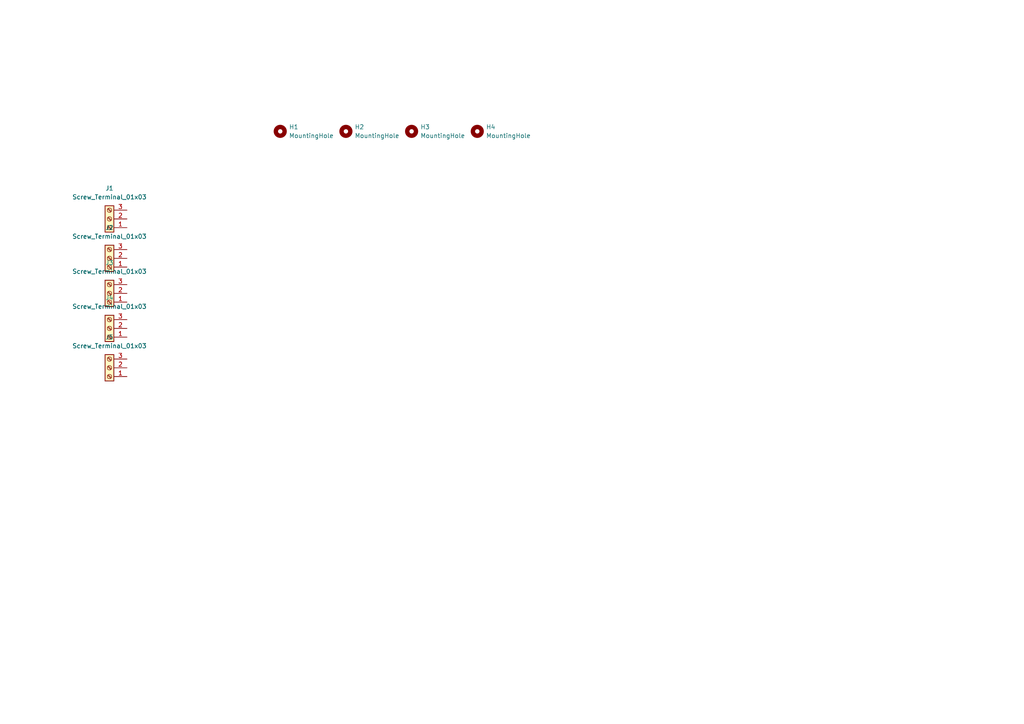
<source format=kicad_sch>
(kicad_sch (version 20211123) (generator eeschema)

  (uuid e63e39d7-6ac0-4ffd-8aa3-1841a4541b55)

  (paper "A4")

  (lib_symbols
    (symbol "Connector:Screw_Terminal_01x03" (pin_names (offset 1.016) hide) (in_bom yes) (on_board yes)
      (property "Reference" "J" (id 0) (at 0 5.08 0)
        (effects (font (size 1.27 1.27)))
      )
      (property "Value" "Screw_Terminal_01x03" (id 1) (at 0 -5.08 0)
        (effects (font (size 1.27 1.27)))
      )
      (property "Footprint" "" (id 2) (at 0 0 0)
        (effects (font (size 1.27 1.27)) hide)
      )
      (property "Datasheet" "~" (id 3) (at 0 0 0)
        (effects (font (size 1.27 1.27)) hide)
      )
      (property "ki_keywords" "screw terminal" (id 4) (at 0 0 0)
        (effects (font (size 1.27 1.27)) hide)
      )
      (property "ki_description" "Generic screw terminal, single row, 01x03, script generated (kicad-library-utils/schlib/autogen/connector/)" (id 5) (at 0 0 0)
        (effects (font (size 1.27 1.27)) hide)
      )
      (property "ki_fp_filters" "TerminalBlock*:*" (id 6) (at 0 0 0)
        (effects (font (size 1.27 1.27)) hide)
      )
      (symbol "Screw_Terminal_01x03_1_1"
        (rectangle (start -1.27 3.81) (end 1.27 -3.81)
          (stroke (width 0.254) (type default) (color 0 0 0 0))
          (fill (type background))
        )
        (circle (center 0 -2.54) (radius 0.635)
          (stroke (width 0.1524) (type default) (color 0 0 0 0))
          (fill (type none))
        )
        (polyline
          (pts
            (xy -0.5334 -2.2098)
            (xy 0.3302 -3.048)
          )
          (stroke (width 0.1524) (type default) (color 0 0 0 0))
          (fill (type none))
        )
        (polyline
          (pts
            (xy -0.5334 0.3302)
            (xy 0.3302 -0.508)
          )
          (stroke (width 0.1524) (type default) (color 0 0 0 0))
          (fill (type none))
        )
        (polyline
          (pts
            (xy -0.5334 2.8702)
            (xy 0.3302 2.032)
          )
          (stroke (width 0.1524) (type default) (color 0 0 0 0))
          (fill (type none))
        )
        (polyline
          (pts
            (xy -0.3556 -2.032)
            (xy 0.508 -2.8702)
          )
          (stroke (width 0.1524) (type default) (color 0 0 0 0))
          (fill (type none))
        )
        (polyline
          (pts
            (xy -0.3556 0.508)
            (xy 0.508 -0.3302)
          )
          (stroke (width 0.1524) (type default) (color 0 0 0 0))
          (fill (type none))
        )
        (polyline
          (pts
            (xy -0.3556 3.048)
            (xy 0.508 2.2098)
          )
          (stroke (width 0.1524) (type default) (color 0 0 0 0))
          (fill (type none))
        )
        (circle (center 0 0) (radius 0.635)
          (stroke (width 0.1524) (type default) (color 0 0 0 0))
          (fill (type none))
        )
        (circle (center 0 2.54) (radius 0.635)
          (stroke (width 0.1524) (type default) (color 0 0 0 0))
          (fill (type none))
        )
        (pin passive line (at -5.08 2.54 0) (length 3.81)
          (name "Pin_1" (effects (font (size 1.27 1.27))))
          (number "1" (effects (font (size 1.27 1.27))))
        )
        (pin passive line (at -5.08 0 0) (length 3.81)
          (name "Pin_2" (effects (font (size 1.27 1.27))))
          (number "2" (effects (font (size 1.27 1.27))))
        )
        (pin passive line (at -5.08 -2.54 0) (length 3.81)
          (name "Pin_3" (effects (font (size 1.27 1.27))))
          (number "3" (effects (font (size 1.27 1.27))))
        )
      )
    )
    (symbol "Mechanical:MountingHole" (pin_names (offset 1.016)) (in_bom yes) (on_board yes)
      (property "Reference" "H" (id 0) (at 0 5.08 0)
        (effects (font (size 1.27 1.27)))
      )
      (property "Value" "MountingHole" (id 1) (at 0 3.175 0)
        (effects (font (size 1.27 1.27)))
      )
      (property "Footprint" "" (id 2) (at 0 0 0)
        (effects (font (size 1.27 1.27)) hide)
      )
      (property "Datasheet" "~" (id 3) (at 0 0 0)
        (effects (font (size 1.27 1.27)) hide)
      )
      (property "ki_keywords" "mounting hole" (id 4) (at 0 0 0)
        (effects (font (size 1.27 1.27)) hide)
      )
      (property "ki_description" "Mounting Hole without connection" (id 5) (at 0 0 0)
        (effects (font (size 1.27 1.27)) hide)
      )
      (property "ki_fp_filters" "MountingHole*" (id 6) (at 0 0 0)
        (effects (font (size 1.27 1.27)) hide)
      )
      (symbol "MountingHole_0_1"
        (circle (center 0 0) (radius 1.27)
          (stroke (width 1.27) (type default) (color 0 0 0 0))
          (fill (type none))
        )
      )
    )
  )


  (symbol (lib_id "Mechanical:MountingHole") (at 100.33 38.1 0) (unit 1)
    (in_bom yes) (on_board yes) (fields_autoplaced)
    (uuid 1949e7c9-6123-4a49-85e5-c886919fc2f5)
    (property "Reference" "H2" (id 0) (at 102.87 36.8299 0)
      (effects (font (size 1.27 1.27)) (justify left))
    )
    (property "Value" "MountingHole" (id 1) (at 102.87 39.3699 0)
      (effects (font (size 1.27 1.27)) (justify left))
    )
    (property "Footprint" "MountingHole:MountingHole_3.2mm_M3" (id 2) (at 100.33 38.1 0)
      (effects (font (size 1.27 1.27)) hide)
    )
    (property "Datasheet" "~" (id 3) (at 100.33 38.1 0)
      (effects (font (size 1.27 1.27)) hide)
    )
  )

  (symbol (lib_id "Mechanical:MountingHole") (at 138.43 38.1 0) (unit 1)
    (in_bom yes) (on_board yes) (fields_autoplaced)
    (uuid 22e0be77-6791-4d19-a377-1cc6548b0165)
    (property "Reference" "H4" (id 0) (at 140.97 36.8299 0)
      (effects (font (size 1.27 1.27)) (justify left))
    )
    (property "Value" "MountingHole" (id 1) (at 140.97 39.3699 0)
      (effects (font (size 1.27 1.27)) (justify left))
    )
    (property "Footprint" "MountingHole:MountingHole_3.2mm_M3" (id 2) (at 138.43 38.1 0)
      (effects (font (size 1.27 1.27)) hide)
    )
    (property "Datasheet" "~" (id 3) (at 138.43 38.1 0)
      (effects (font (size 1.27 1.27)) hide)
    )
  )

  (symbol (lib_id "Connector:Screw_Terminal_01x03") (at 31.75 63.5 180) (unit 1)
    (in_bom yes) (on_board yes) (fields_autoplaced)
    (uuid 2b29f054-44f5-40f7-97ae-f836ea845814)
    (property "Reference" "J1" (id 0) (at 31.75 54.61 0))
    (property "Value" "Screw_Terminal_01x03" (id 1) (at 31.75 57.15 0))
    (property "Footprint" "TerminalBlock:TerminalBlock_bornier-3_P5.08mm" (id 2) (at 31.75 63.5 0)
      (effects (font (size 1.27 1.27)) hide)
    )
    (property "Datasheet" "~" (id 3) (at 31.75 63.5 0)
      (effects (font (size 1.27 1.27)) hide)
    )
    (pin "1" (uuid ba25714a-2942-479c-86f0-781d4ddc3d33))
    (pin "2" (uuid 7ed2abd9-bbed-4f95-9218-99faed10990d))
    (pin "3" (uuid a35df687-f8f0-40f3-89f4-488db1eef8d7))
  )

  (symbol (lib_id "Connector:Screw_Terminal_01x03") (at 31.75 106.68 180) (unit 1)
    (in_bom yes) (on_board yes) (fields_autoplaced)
    (uuid 4832ec94-33d2-491a-987b-7def90eed38f)
    (property "Reference" "J5" (id 0) (at 31.75 97.79 0))
    (property "Value" "Screw_Terminal_01x03" (id 1) (at 31.75 100.33 0))
    (property "Footprint" "TerminalBlock:TerminalBlock_bornier-3_P5.08mm" (id 2) (at 31.75 106.68 0)
      (effects (font (size 1.27 1.27)) hide)
    )
    (property "Datasheet" "~" (id 3) (at 31.75 106.68 0)
      (effects (font (size 1.27 1.27)) hide)
    )
    (pin "1" (uuid 26e7e72a-a079-4605-93e8-56ec5e0640a7))
    (pin "2" (uuid 2f1ebd2b-d08b-4301-aae2-f6ef217f6430))
    (pin "3" (uuid 1053723d-f511-40f1-ae40-bf7ef45b9a90))
  )

  (symbol (lib_id "Connector:Screw_Terminal_01x03") (at 31.75 95.25 180) (unit 1)
    (in_bom yes) (on_board yes) (fields_autoplaced)
    (uuid 605de73e-a7ea-4620-9d22-84bc47769d7a)
    (property "Reference" "J4" (id 0) (at 31.75 86.36 0))
    (property "Value" "Screw_Terminal_01x03" (id 1) (at 31.75 88.9 0))
    (property "Footprint" "TerminalBlock:TerminalBlock_bornier-3_P5.08mm" (id 2) (at 31.75 95.25 0)
      (effects (font (size 1.27 1.27)) hide)
    )
    (property "Datasheet" "~" (id 3) (at 31.75 95.25 0)
      (effects (font (size 1.27 1.27)) hide)
    )
    (pin "1" (uuid 220e3943-758b-4579-a67b-562d10d3503b))
    (pin "2" (uuid 4c88f773-0340-47b3-8e54-4fbcbcf455c5))
    (pin "3" (uuid 8edc48e1-08a2-4ab3-a762-de13c48f8c3f))
  )

  (symbol (lib_id "Connector:Screw_Terminal_01x03") (at 31.75 85.09 180) (unit 1)
    (in_bom yes) (on_board yes) (fields_autoplaced)
    (uuid 7dd21565-75a6-450b-8f4b-60832b64adfa)
    (property "Reference" "J3" (id 0) (at 31.75 76.2 0))
    (property "Value" "Screw_Terminal_01x03" (id 1) (at 31.75 78.74 0))
    (property "Footprint" "TerminalBlock:TerminalBlock_bornier-3_P5.08mm" (id 2) (at 31.75 85.09 0)
      (effects (font (size 1.27 1.27)) hide)
    )
    (property "Datasheet" "~" (id 3) (at 31.75 85.09 0)
      (effects (font (size 1.27 1.27)) hide)
    )
    (pin "1" (uuid 8f4f777c-b374-4d5b-8c3d-8706cd39a2ff))
    (pin "2" (uuid f4541d51-1145-4286-a724-205bfa3f7084))
    (pin "3" (uuid 9934d5ee-201a-4dee-a228-ef4560116b0b))
  )

  (symbol (lib_id "Mechanical:MountingHole") (at 119.38 38.1 0) (unit 1)
    (in_bom yes) (on_board yes) (fields_autoplaced)
    (uuid 9d88ec4c-16ba-42ca-8cb0-a045e547e117)
    (property "Reference" "H3" (id 0) (at 121.92 36.8299 0)
      (effects (font (size 1.27 1.27)) (justify left))
    )
    (property "Value" "MountingHole" (id 1) (at 121.92 39.3699 0)
      (effects (font (size 1.27 1.27)) (justify left))
    )
    (property "Footprint" "MountingHole:MountingHole_3.2mm_M3" (id 2) (at 119.38 38.1 0)
      (effects (font (size 1.27 1.27)) hide)
    )
    (property "Datasheet" "~" (id 3) (at 119.38 38.1 0)
      (effects (font (size 1.27 1.27)) hide)
    )
  )

  (symbol (lib_id "Connector:Screw_Terminal_01x03") (at 31.75 74.93 180) (unit 1)
    (in_bom yes) (on_board yes) (fields_autoplaced)
    (uuid aa09deb8-f8cd-4289-a8fd-0f0ffa47a2f2)
    (property "Reference" "J2" (id 0) (at 31.75 66.04 0))
    (property "Value" "Screw_Terminal_01x03" (id 1) (at 31.75 68.58 0))
    (property "Footprint" "TerminalBlock:TerminalBlock_bornier-3_P5.08mm" (id 2) (at 31.75 74.93 0)
      (effects (font (size 1.27 1.27)) hide)
    )
    (property "Datasheet" "~" (id 3) (at 31.75 74.93 0)
      (effects (font (size 1.27 1.27)) hide)
    )
    (pin "1" (uuid 8fe90403-37aa-4d2f-883d-77665e360432))
    (pin "2" (uuid 9fcdc0fe-4463-49f7-87bf-71ef1ade7b18))
    (pin "3" (uuid 7af560b9-9285-4f47-9f8c-e0f042f2aee0))
  )

  (symbol (lib_id "Mechanical:MountingHole") (at 81.28 38.1 0) (unit 1)
    (in_bom yes) (on_board yes) (fields_autoplaced)
    (uuid b873bc5d-a9af-4bd9-afcb-87ce4d417120)
    (property "Reference" "H1" (id 0) (at 83.82 36.8299 0)
      (effects (font (size 1.27 1.27)) (justify left))
    )
    (property "Value" "MountingHole" (id 1) (at 83.82 39.3699 0)
      (effects (font (size 1.27 1.27)) (justify left))
    )
    (property "Footprint" "MountingHole:MountingHole_3.2mm_M3" (id 2) (at 81.28 38.1 0)
      (effects (font (size 1.27 1.27)) hide)
    )
    (property "Datasheet" "~" (id 3) (at 81.28 38.1 0)
      (effects (font (size 1.27 1.27)) hide)
    )
  )

  (sheet_instances
    (path "/" (page "1"))
  )

  (symbol_instances
    (path "/b873bc5d-a9af-4bd9-afcb-87ce4d417120"
      (reference "H1") (unit 1) (value "MountingHole") (footprint "MountingHole:MountingHole_3.2mm_M3")
    )
    (path "/1949e7c9-6123-4a49-85e5-c886919fc2f5"
      (reference "H2") (unit 1) (value "MountingHole") (footprint "MountingHole:MountingHole_3.2mm_M3")
    )
    (path "/9d88ec4c-16ba-42ca-8cb0-a045e547e117"
      (reference "H3") (unit 1) (value "MountingHole") (footprint "MountingHole:MountingHole_3.2mm_M3")
    )
    (path "/22e0be77-6791-4d19-a377-1cc6548b0165"
      (reference "H4") (unit 1) (value "MountingHole") (footprint "MountingHole:MountingHole_3.2mm_M3")
    )
    (path "/2b29f054-44f5-40f7-97ae-f836ea845814"
      (reference "J1") (unit 1) (value "Screw_Terminal_01x03") (footprint "TerminalBlock:TerminalBlock_bornier-3_P5.08mm")
    )
    (path "/aa09deb8-f8cd-4289-a8fd-0f0ffa47a2f2"
      (reference "J2") (unit 1) (value "Screw_Terminal_01x03") (footprint "TerminalBlock:TerminalBlock_bornier-3_P5.08mm")
    )
    (path "/7dd21565-75a6-450b-8f4b-60832b64adfa"
      (reference "J3") (unit 1) (value "Screw_Terminal_01x03") (footprint "TerminalBlock:TerminalBlock_bornier-3_P5.08mm")
    )
    (path "/605de73e-a7ea-4620-9d22-84bc47769d7a"
      (reference "J4") (unit 1) (value "Screw_Terminal_01x03") (footprint "TerminalBlock:TerminalBlock_bornier-3_P5.08mm")
    )
    (path "/4832ec94-33d2-491a-987b-7def90eed38f"
      (reference "J5") (unit 1) (value "Screw_Terminal_01x03") (footprint "TerminalBlock:TerminalBlock_bornier-3_P5.08mm")
    )
  )
)

</source>
